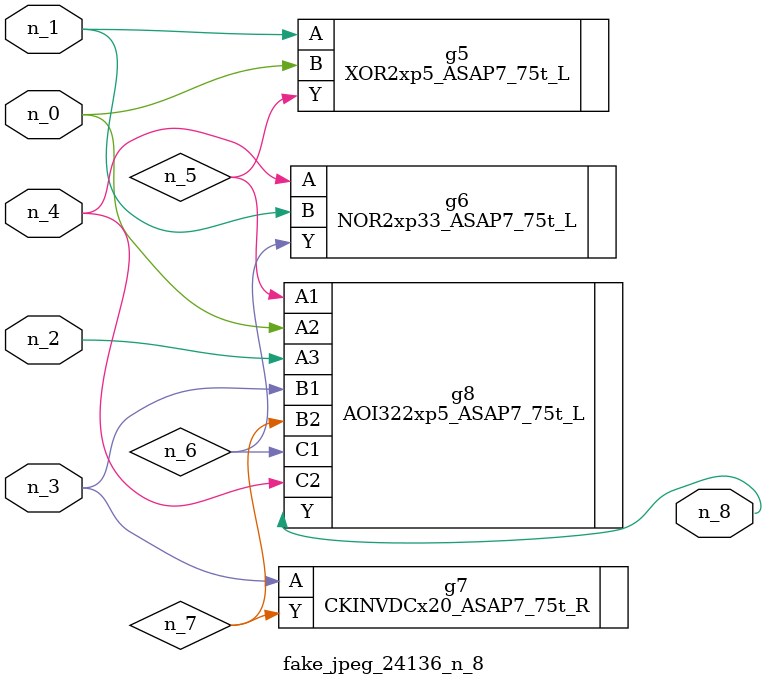
<source format=v>
module fake_jpeg_24136_n_8 (n_3, n_2, n_1, n_0, n_4, n_8);

input n_3;
input n_2;
input n_1;
input n_0;
input n_4;

output n_8;

wire n_6;
wire n_5;
wire n_7;

XOR2xp5_ASAP7_75t_L g5 ( 
.A(n_1),
.B(n_0),
.Y(n_5)
);

NOR2xp33_ASAP7_75t_L g6 ( 
.A(n_4),
.B(n_1),
.Y(n_6)
);

CKINVDCx20_ASAP7_75t_R g7 ( 
.A(n_3),
.Y(n_7)
);

AOI322xp5_ASAP7_75t_L g8 ( 
.A1(n_5),
.A2(n_0),
.A3(n_2),
.B1(n_3),
.B2(n_7),
.C1(n_6),
.C2(n_4),
.Y(n_8)
);


endmodule
</source>
